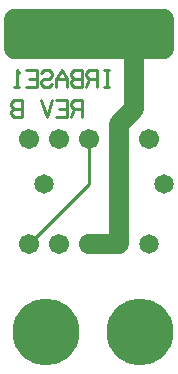
<source format=gbl>
%MOIN*%
%FSLAX25Y25*%
G04 D10 used for Character Trace; *
G04     Circle (OD=.01000) (No hole)*
G04 D11 used for Power Trace; *
G04     Circle (OD=.06500) (No hole)*
G04 D12 used for Signal Trace; *
G04     Circle (OD=.01100) (No hole)*
G04 D13 used for Via; *
G04     Circle (OD=.05800) (Round. Hole ID=.02800)*
G04 D14 used for Component hole; *
G04     Circle (OD=.06500) (Round. Hole ID=.03500)*
G04 D15 used for Component hole; *
G04     Circle (OD=.06700) (Round. Hole ID=.04300)*
G04 D16 used for Component hole; *
G04     Circle (OD=.08100) (Round. Hole ID=.05100)*
G04 D17 used for Component hole; *
G04     Circle (OD=.08900) (Round. Hole ID=.05900)*
G04 D18 used for Component hole; *
G04     Circle (OD=.11300) (Round. Hole ID=.08300)*
G04 D19 used for Component hole; *
G04     Circle (OD=.16000) (Round. Hole ID=.13000)*
G04 D20 used for Component hole; *
G04     Circle (OD=.18300) (Round. Hole ID=.15300)*
G04 D21 used for Component hole; *
G04     Circle (OD=.22291) (Round. Hole ID=.19291)*
%ADD10C,.01000*%
%ADD11C,.06500*%
%ADD12C,.01100*%
%ADD13C,.05800*%
%ADD14C,.06500*%
%ADD15C,.06700*%
%ADD16C,.08100*%
%ADD17C,.08900*%
%ADD18C,.11300*%
%ADD19C,.16000*%
%ADD20C,.18300*%
%ADD21C,.22291*%
%IPPOS*%
%LPD*%
G90*X0Y0D02*D21*X15625Y15625D03*D14*              
X40000Y45000D03*D11*X30000D01*D15*D03*D11*        
X40000D02*Y80000D01*D15*D03*D11*Y85000D01*        
X45000Y90000D01*Y110000D01*X5000D01*Y115000D01*   
X45000D01*Y110000D01*X55000D01*Y115000D01*        
X45000D01*Y120000D01*X5000D01*Y115000D01*D10*     
X35837Y97129D02*Y102871D01*X36674Y97129D02*       
X35000D01*X36674Y102871D02*X35000D01*             
X32511Y97129D02*Y102871D01*X30000D01*             
X29163Y101914D01*Y100957D01*X30000Y100000D01*     
X32511D01*X30000D02*X29163Y97129D01*X27511D02*    
Y102871D01*X25000D01*X24163Y101914D01*Y100957D01* 
X25000Y100000D01*X24163Y99043D01*Y98086D01*       
X25000Y97129D01*X27511D01*Y100000D02*X25000D01*   
X22511Y97129D02*Y100000D01*X20837Y102871D01*      
X19163Y100000D01*Y97129D01*X22511Y100000D02*      
X19163D01*X14163Y101914D02*X15000Y102871D01*      
X16674D01*X17511Y101914D01*Y100957D01*            
X16674Y100000D01*X15000D01*X14163Y99043D01*       
Y98086D01*X15000Y97129D01*X16674D01*              
X17511Y98086D01*X9163Y97129D02*X12511D01*         
Y102871D01*X9163D01*X12511Y100000D02*X10000D01*   
X6674Y101914D02*X5837Y102871D01*Y97129D01*        
X6674D02*X5000D01*X27511Y87129D02*Y92871D01*      
X25000D01*X24163Y91914D01*Y90957D01*              
X25000Y90000D01*X27511D01*X25000D02*              
X24163Y87129D01*X19163D02*X22511D01*Y92871D01*    
X19163D01*X22511Y90000D02*X20000D01*              
X17511Y92871D02*X15837Y87129D01*X14163Y92871D01*  
X7511Y87129D02*Y92871D01*X5000D01*X4163Y91914D01* 
Y90957D01*X5000Y90000D01*X4163Y89043D01*Y88086D01*
X5000Y87129D01*X7511D01*Y90000D02*X5000D01*D15*   
X10000Y80000D03*X20000D03*X30000D03*D12*Y65000D01*
X10000Y45000D01*D15*D03*X20000D03*D14*            
X15000Y65000D03*D21*X46875Y15625D03*D14*          
X50000Y45000D03*D15*Y80000D03*D14*X55000Y65000D03*
D11*Y115000D02*Y120000D01*X45000D01*M02*          

</source>
